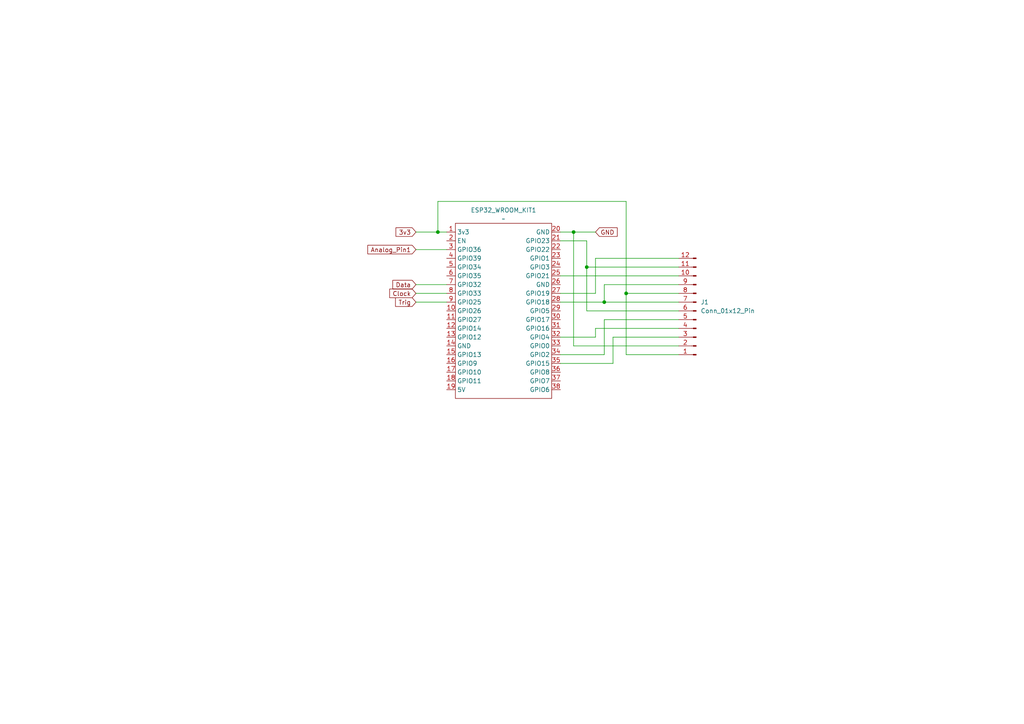
<source format=kicad_sch>
(kicad_sch (version 20231120) (generator "eeschema") (generator_version "8.0")
  (paper "A4")
  (title_block (title "Carte electronique Exodus") (company "Fablab"))
  (lib_symbols
    (symbol "Connector:Conn_01x12_Pin" (pin_names (offset 1.016) hide)
      (property "Reference" "J" (at 0 15.24 0))
      (property "Value" "Conn_01x12_Pin" (at 0 -17.78 0))
      (symbol "Conn_01x12_Pin_1_1"
        (polyline (pts (xy 1.27 -15.24) (xy 0.8636 -15.24)) (stroke (width 0.1524)))
        (polyline (pts (xy 1.27 -12.7) (xy 0.8636 -12.7)) (stroke (width 0.1524)))
        (polyline (pts (xy 1.27 -10.16) (xy 0.8636 -10.16)) (stroke (width 0.1524)))
        (polyline (pts (xy 1.27 -7.62) (xy 0.8636 -7.62)) (stroke (width 0.1524)))
        (polyline (pts (xy 1.27 -5.08) (xy 0.8636 -5.08)) (stroke (width 0.1524)))
        (polyline (pts (xy 1.27 -2.54) (xy 0.8636 -2.54)) (stroke (width 0.1524)))
        (polyline (pts (xy 1.27 0) (xy 0.8636 0)) (stroke (width 0.1524)))
        (polyline (pts (xy 1.27 2.54) (xy 0.8636 2.54)) (stroke (width 0.1524)))
        (polyline (pts (xy 1.27 5.08) (xy 0.8636 5.08)) (stroke (width 0.1524)))
        (polyline (pts (xy 1.27 7.62) (xy 0.8636 7.62)) (stroke (width 0.1524)))
        (polyline (pts (xy 1.27 10.16) (xy 0.8636 10.16)) (stroke (width 0.1524)))
        (polyline (pts (xy 1.27 12.7) (xy 0.8636 12.7)) (stroke (width 0.1524)))
        (rectangle (start 0.8636 -15.113) (end 0 -15.367) (stroke (width 0.1524)) (fill (type outline)))
        (rectangle (start 0.8636 -12.573) (end 0 -12.827) (stroke (width 0.1524)) (fill (type outline)))
        (rectangle (start 0.8636 -10.033) (end 0 -10.287) (stroke (width 0.1524)) (fill (type outline)))
        (rectangle (start 0.8636 -7.493) (end 0 -7.747) (stroke (width 0.1524)) (fill (type outline)))
        (rectangle (start 0.8636 -4.953) (end 0 -5.207) (stroke (width 0.1524)) (fill (type outline)))
        (rectangle (start 0.8636 -2.413) (end 0 -2.667) (stroke (width 0.1524)) (fill (type outline)))
        (rectangle (start 0.8636 0.127) (end 0 -0.127) (stroke (width 0.1524)) (fill (type outline)))
        (rectangle (start 0.8636 2.667) (end 0 2.413) (stroke (width 0.1524)) (fill (type outline)))
        (rectangle (start 0.8636 5.207) (end 0 4.953) (stroke (width 0.1524)) (fill (type outline)))
        (rectangle (start 0.8636 7.747) (end 0 7.493) (stroke (width 0.1524)) (fill (type outline)))
        (rectangle (start 0.8636 10.287) (end 0 10.033) (stroke (width 0.1524)) (fill (type outline)))
        (rectangle (start 0.8636 12.827) (end 0 12.573) (stroke (width 0.1524)) (fill (type outline)))
        (pin passive line (at 5.08 12.7 180) (length 3.81) (name "Pin_1") (number "1"))
        (pin passive line (at 5.08 -10.16 180) (length 3.81) (name "Pin_10") (number "10"))
        (pin passive line (at 5.08 -12.7 180) (length 3.81) (name "Pin_11") (number "11"))
        (pin passive line (at 5.08 -15.24 180) (length 3.81) (name "Pin_12") (number "12"))
        (pin passive line (at 5.08 10.16 180) (length 3.81) (name "Pin_2") (number "2"))
        (pin passive line (at 5.08 7.62 180) (length 3.81) (name "Pin_3") (number "3"))
        (pin passive line (at 5.08 5.08 180) (length 3.81) (name "Pin_4") (number "4"))
        (pin passive line (at 5.08 2.54 180) (length 3.81) (name "Pin_5") (number "5"))
        (pin passive line (at 5.08 0 180) (length 3.81) (name "Pin_6") (number "6"))
        (pin passive line (at 5.08 -2.54 180) (length 3.81) (name "Pin_7") (number "7"))
        (pin passive line (at 5.08 -5.08 180) (length 3.81) (name "Pin_8") (number "8"))
        (pin passive line (at 5.08 -7.62 180) (length 3.81) (name "Pin_9") (number "9"))
      )
    )
    (symbol "MyEsp32_Library:Esp32_38pin"
      (property "Reference" "ESP32_WROOM_KIT" (at 0.254 14.478 0))
      (symbol "Esp32_38pin_0_1"
        (rectangle (start -13.97 12.7) (end 13.97 -38.1))
      )
      (symbol "Esp32_38pin_1_1"
        (pin power_in line (at -16.51 10.16 0) (length 2.54) (name "3v3") (number "1"))
        (pin bidirectional line (at -16.51 -12.7 0) (length 2.54) (name "GPIO26") (number "10"))
        (pin bidirectional line (at -16.51 -15.24 0) (length 2.54) (name "GPIO27") (number "11"))
        (pin bidirectional line (at -16.51 -17.78 0) (length 2.54) (name "GPIO14") (number "12"))
        (pin bidirectional line (at -16.51 -20.32 0) (length 2.54) (name "GPIO12") (number "13"))
        (pin power_out line (at -16.51 -22.86 0) (length 2.54) (name "GND") (number "14"))
        (pin bidirectional line (at -16.51 -25.4 0) (length 2.54) (name "GPIO13") (number "15"))
        (pin bidirectional line (at -16.51 -27.94 0) (length 2.54) (name "GPIO9") (number "16"))
        (pin bidirectional line (at -16.51 -30.48 0) (length 2.54) (name "GPIO10") (number "17"))
        (pin bidirectional line (at -16.51 -33.02 0) (length 2.54) (name "GPIO11") (number "18"))
        (pin power_in line (at -16.51 -35.56 0) (length 2.54) (name "5V") (number "19"))
        (pin unspecified line (at -16.51 7.62 0) (length 2.54) (name "EN") (number "2"))
        (pin power_out line (at 16.51 10.16 180) (length 2.54) (name "GND") (number "20"))
        (pin bidirectional line (at 16.51 7.62 180) (length 2.54) (name "GPIO23") (number "21"))
        (pin bidirectional line (at 16.51 5.08 180) (length 2.54) (name "GPIO22") (number "22"))
        (pin bidirectional line (at 16.51 2.54 180) (length 2.54) (name "GPIO1") (number "23"))
        (pin bidirectional line (at 16.51 0 180) (length 2.54) (name "GPIO3") (number "24"))
        (pin bidirectional line (at 16.51 -2.54 180) (length 2.54) (name "GPIO21") (number "25"))
        (pin power_out line (at 16.51 -5.08 180) (length 2.54) (name "GND") (number "26"))
        (pin bidirectional line (at 16.51 -7.62 180) (length 2.54) (name "GPIO19") (number "27"))
        (pin bidirectional line (at 16.51 -10.16 180) (length 2.54) (name "GPIO18") (number "28"))
        (pin bidirectional line (at 16.51 -12.7 180) (length 2.54) (name "GPIO5") (number "29"))
        (pin input line (at -16.51 5.08 0) (length 2.54) (name "GPIO36") (number "3"))
        (pin bidirectional line (at 16.51 -15.24 180) (length 2.54) (name "GPIO17") (number "30"))
        (pin bidirectional line (at 16.51 -17.78 180) (length 2.54) (name "GPIO16") (number "31"))
        (pin bidirectional line (at 16.51 -20.32 180) (length 2.54) (name "GPIO4") (number "32"))
        (pin bidirectional line (at 16.51 -22.86 180) (length 2.54) (name "GPIO0") (number "33"))
        (pin bidirectional line (at 16.51 -25.4 180) (length 2.54) (name "GPIO2") (number "34"))
        (pin bidirectional line (at 16.51 -27.94 180) (length 2.54) (name "GPIO15") (number "35"))
        (pin bidirectional line (at 16.51 -30.48 180) (length 2.54) (name "GPIO8") (number "36"))
        (pin bidirectional line (at 16.51 -33.02 180) (length 2.54) (name "GPIO7") (number "37"))
        (pin bidirectional line (at 16.51 -35.56 180) (length 2.54) (name "GPIO6") (number "38"))
        (pin input line (at -16.51 2.54 0) (length 2.54) (name "GPIO39") (number "4"))
        (pin input line (at -16.51 0 0) (length 2.54) (name "GPIO34") (number "5"))
        (pin input line (at -16.51 -2.54 0) (length 2.54) (name "GPIO35") (number "6"))
        (pin bidirectional line (at -16.51 -5.08 0) (length 2.54) (name "GPIO32") (number "7"))
        (pin bidirectional line (at -16.51 -7.62 0) (length 2.54) (name "GPIO33") (number "8"))
        (pin bidirectional line (at -16.51 -10.16 0) (length 2.54) (name "GPIO25") (number "9"))
      )
    )
  )
  (junction (at 166.37 67.31))
  (junction (at 181.61 85.09))
  (junction (at 127 67.31))
  (junction (at 175.26 87.63))
  (junction (at 170.18 77.47))
  (wire (pts (xy 170.18 69.85) (xy 170.18 77.47)))
  (wire (pts (xy 196.85 100.33) (xy 166.37 100.33)))
  (wire (pts (xy 181.61 85.09) (xy 181.61 58.42)))
  (wire (pts (xy 175.26 92.71) (xy 175.26 102.87)))
  (wire (pts (xy 170.18 77.47) (xy 196.85 77.47)))
  (wire (pts (xy 175.26 87.63) (xy 196.85 87.63)))
  (wire (pts (xy 172.72 95.25) (xy 196.85 95.25)))
  (wire (pts (xy 196.85 97.79) (xy 177.8 97.79)))
  (wire (pts (xy 162.56 67.31) (xy 166.37 67.31)))
  (wire (pts (xy 120.65 87.63) (xy 129.54 87.63)))
  (wire (pts (xy 181.61 58.42) (xy 127 58.42)))
  (wire (pts (xy 170.18 90.17) (xy 170.18 77.47)))
  (wire (pts (xy 120.65 82.55) (xy 129.54 82.55)))
  (wire (pts (xy 166.37 67.31) (xy 172.72 67.31)))
  (wire (pts (xy 175.26 87.63) (xy 162.56 87.63)))
  (wire (pts (xy 196.85 85.09) (xy 181.61 85.09)))
  (wire (pts (xy 162.56 69.85) (xy 170.18 69.85)))
  (wire (pts (xy 172.72 97.79) (xy 172.72 95.25)))
  (wire (pts (xy 196.85 74.93) (xy 172.72 74.93)))
  (wire (pts (xy 175.26 102.87) (xy 162.56 102.87)))
  (wire (pts (xy 196.85 90.17) (xy 170.18 90.17)))
  (wire (pts (xy 181.61 85.09) (xy 181.61 102.87)))
  (wire (pts (xy 177.8 105.41) (xy 162.56 105.41)))
  (wire (pts (xy 127 58.42) (xy 127 67.31)))
  (wire (pts (xy 127 67.31) (xy 129.54 67.31)))
  (wire (pts (xy 162.56 97.79) (xy 172.72 97.79)))
  (wire (pts (xy 166.37 100.33) (xy 166.37 67.31)))
  (wire (pts (xy 175.26 82.55) (xy 175.26 87.63)))
  (wire (pts (xy 177.8 97.79) (xy 177.8 105.41)))
  (wire (pts (xy 172.72 74.93) (xy 172.72 85.09)))
  (wire (pts (xy 196.85 92.71) (xy 175.26 92.71)))
  (wire (pts (xy 120.65 85.09) (xy 129.54 85.09)))
  (wire (pts (xy 172.72 85.09) (xy 162.56 85.09)))
  (wire (pts (xy 120.65 72.39) (xy 129.54 72.39)))
  (wire (pts (xy 181.61 102.87) (xy 196.85 102.87)))
  (wire (pts (xy 196.85 82.55) (xy 175.26 82.55)))
  (wire (pts (xy 120.65 67.31) (xy 127 67.31)))
  (wire (pts (xy 162.56 80.01) (xy 196.85 80.01)))
  (global_label "Clock" (shape input) (at 120.65 85.09 180) (property "Intersheetrefs" "${INTERSHEET_REFS}" (effects (hide yes))))
  (global_label "3v3" (shape input) (at 120.65 67.31 180) (property "Intersheetrefs" "${INTERSHEET_REFS}" (effects (hide yes))))
  (global_label "Data" (shape input) (at 120.65 82.55 180) (property "Intersheetrefs" "${INTERSHEET_REFS}" (effects (hide yes))))
  (global_label "GND" (shape input) (at 172.72 67.31 0) (property "Intersheetrefs" "${INTERSHEET_REFS}" (effects (hide yes))))
  (global_label "Analog_Pin1" (shape input) (at 120.65 72.39 180) (property "Intersheetrefs" "${INTERSHEET_REFS}" (effects (hide yes))))
  (global_label "Trig" (shape input) (at 120.65 87.63 180) (property "Intersheetrefs" "${INTERSHEET_REFS}" (effects (hide yes))))
  (symbol (lib_id "MyEsp32_Library:Esp32_38pin") (at 146.05 77.47 0) (unit 1)
    (property "Reference" "ESP32_WROOM_KIT1" (at 146.05 60.96 0))
    (property "Value" "~" (at 146.05 63.5 0))
    (property "Footprint" "MyEsp32Library:Esp32_Wroom32_DevKit" (effects (hide yes)))
  )
  (symbol (lib_id "Connector:Conn_01x12_Pin") (at 201.93 90.17 180) (unit 1)
    (property "Reference" "J1" (at 203.2 87.6299 0) (effects (justify right)))
    (property "Value" "Conn_01x12_Pin" (at 203.2 90.1699 0) (effects (justify right)))
    (property "Footprint" "Connector_PinHeader_2.54mm:PinHeader_1x12_P2.54mm_Horizontal" (effects (hide yes)))
    (property "Description" "Generic connector, single row, 01x12, script generated" (effects (hide yes)))
  )
)
</source>
